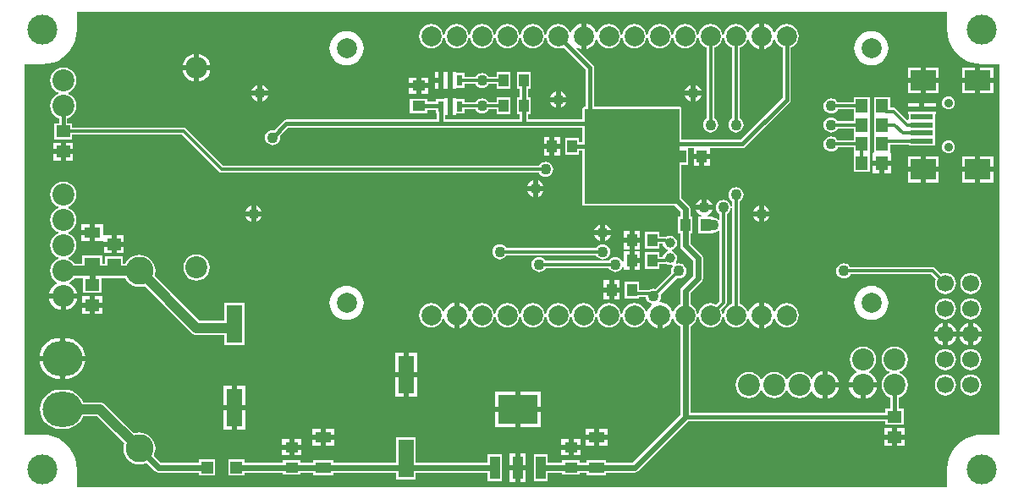
<source format=gbr>
%TF.GenerationSoftware,Altium Limited,Altium Designer,19.1.5 (86)*%
G04 Layer_Physical_Order=1*
G04 Layer_Color=255*
%FSLAX43Y43*%
%MOMM*%
%TF.FileFunction,Copper,L1,Top,Signal*%
%TF.Part,Single*%
G01*
G75*
%TA.AperFunction,SMDPad,CuDef*%
%ADD10R,1.400X1.200*%
%ADD11R,1.000X1.300*%
%ADD12R,1.200X1.400*%
%ADD13R,1.600X3.800*%
%ADD14R,1.600X1.100*%
%ADD15R,1.200X1.200*%
%ADD16R,1.300X1.000*%
%ADD17R,2.250X0.500*%
%ADD18R,2.500X2.000*%
%ADD19R,0.600X1.100*%
%ADD20R,1.000X2.300*%
%ADD21R,4.000X3.000*%
%TA.AperFunction,Conductor*%
%ADD22C,0.300*%
%ADD23C,0.600*%
%ADD24C,1.000*%
%ADD25C,0.400*%
%ADD26C,0.500*%
%ADD27R,9.500X9.500*%
%TA.AperFunction,ComponentPad*%
%ADD28C,1.000*%
%ADD29C,2.200*%
%ADD30C,2.000*%
%ADD31C,2.800*%
%ADD32C,1.700*%
%ADD33O,4.000X3.500*%
%ADD34C,0.900*%
%TA.AperFunction,WasherPad*%
%ADD35C,3.000*%
%TA.AperFunction,ViaPad*%
%ADD36C,1.100*%
G36*
X93543Y47085D02*
X93536Y47000D01*
X93579Y46458D01*
X93706Y45930D01*
X93914Y45427D01*
X94198Y44964D01*
X94551Y44551D01*
X94964Y44198D01*
X95427Y43914D01*
X95930Y43706D01*
X96458Y43579D01*
X97000Y43536D01*
X97085Y43543D01*
X98793D01*
Y6457D01*
X97085D01*
X97000Y6464D01*
X96458Y6421D01*
X95930Y6294D01*
X95427Y6086D01*
X94964Y5802D01*
X94551Y5449D01*
X94198Y5036D01*
X93914Y4573D01*
X93706Y4070D01*
X93579Y3542D01*
X93536Y3000D01*
X93543Y2915D01*
Y1207D01*
X6457D01*
Y2915D01*
X6464Y3000D01*
X6421Y3542D01*
X6294Y4070D01*
X6086Y4573D01*
X5802Y5036D01*
X5449Y5449D01*
X5036Y5802D01*
X4573Y6086D01*
X4070Y6294D01*
X3542Y6421D01*
X3000Y6464D01*
X2915Y6457D01*
X1207D01*
Y43543D01*
X2915D01*
X3000Y43536D01*
X3542Y43579D01*
X4070Y43706D01*
X4573Y43914D01*
X5036Y44198D01*
X5449Y44551D01*
X5802Y44964D01*
X6086Y45427D01*
X6294Y45930D01*
X6421Y46458D01*
X6464Y47000D01*
X6457Y47085D01*
Y48793D01*
X93543D01*
Y47085D01*
D02*
G37*
%LPC*%
G36*
X75184Y47633D02*
Y46355D01*
Y45077D01*
X75269Y45088D01*
X75586Y45219D01*
X75857Y45428D01*
X76066Y45699D01*
X76184Y45985D01*
X76285Y45998D01*
X76318Y45992D01*
X76419Y45748D01*
X76612Y45497D01*
X76863Y45304D01*
X77059Y45223D01*
Y40175D01*
X72855Y35971D01*
X66957D01*
Y39080D01*
X66941Y39159D01*
X66896Y39226D01*
X66829Y39271D01*
X66750Y39287D01*
X66011D01*
X65947Y39314D01*
X65750Y39340D01*
X65553Y39314D01*
X65489Y39287D01*
X58196D01*
Y43180D01*
X58165Y43337D01*
X58076Y43471D01*
X56432Y45115D01*
X56494Y45219D01*
X56811Y45088D01*
X56896Y45077D01*
Y46355D01*
Y47633D01*
X56811Y47622D01*
X56494Y47491D01*
X56223Y47282D01*
X56014Y47011D01*
X55896Y46725D01*
X55795Y46712D01*
X55762Y46718D01*
X55661Y46962D01*
X55468Y47213D01*
X55217Y47406D01*
X54924Y47527D01*
X54610Y47569D01*
X54296Y47527D01*
X54003Y47406D01*
X53752Y47213D01*
X53559Y46962D01*
X53438Y46669D01*
X53405Y46423D01*
X53404Y46413D01*
X53276D01*
X53275Y46423D01*
X53242Y46669D01*
X53121Y46962D01*
X52928Y47213D01*
X52677Y47406D01*
X52384Y47527D01*
X52070Y47569D01*
X51756Y47527D01*
X51463Y47406D01*
X51212Y47213D01*
X51019Y46962D01*
X50898Y46669D01*
X50865Y46423D01*
X50864Y46413D01*
X50736D01*
X50735Y46423D01*
X50702Y46669D01*
X50581Y46962D01*
X50388Y47213D01*
X50137Y47406D01*
X49844Y47527D01*
X49530Y47569D01*
X49216Y47527D01*
X48923Y47406D01*
X48672Y47213D01*
X48479Y46962D01*
X48358Y46669D01*
X48325Y46423D01*
X48324Y46413D01*
X48196D01*
X48195Y46423D01*
X48162Y46669D01*
X48041Y46962D01*
X47848Y47213D01*
X47597Y47406D01*
X47304Y47527D01*
X46990Y47569D01*
X46676Y47527D01*
X46383Y47406D01*
X46132Y47213D01*
X45939Y46962D01*
X45818Y46669D01*
X45785Y46423D01*
X45784Y46413D01*
X45656D01*
X45655Y46423D01*
X45622Y46669D01*
X45501Y46962D01*
X45308Y47213D01*
X45057Y47406D01*
X44764Y47527D01*
X44450Y47569D01*
X44136Y47527D01*
X43843Y47406D01*
X43592Y47213D01*
X43399Y46962D01*
X43278Y46669D01*
X43245Y46423D01*
X43244Y46413D01*
X43116D01*
X43115Y46423D01*
X43082Y46669D01*
X42961Y46962D01*
X42768Y47213D01*
X42517Y47406D01*
X42224Y47527D01*
X41910Y47569D01*
X41596Y47527D01*
X41303Y47406D01*
X41052Y47213D01*
X40859Y46962D01*
X40738Y46669D01*
X40696Y46355D01*
X40738Y46041D01*
X40859Y45748D01*
X41052Y45497D01*
X41303Y45304D01*
X41596Y45183D01*
X41910Y45141D01*
X42224Y45183D01*
X42517Y45304D01*
X42768Y45497D01*
X42961Y45748D01*
X43082Y46041D01*
X43115Y46287D01*
X43116Y46297D01*
X43244D01*
X43245Y46287D01*
X43278Y46041D01*
X43399Y45748D01*
X43592Y45497D01*
X43843Y45304D01*
X44136Y45183D01*
X44450Y45141D01*
X44764Y45183D01*
X45057Y45304D01*
X45308Y45497D01*
X45501Y45748D01*
X45622Y46041D01*
X45655Y46287D01*
X45656Y46297D01*
X45784D01*
X45785Y46287D01*
X45818Y46041D01*
X45939Y45748D01*
X46132Y45497D01*
X46383Y45304D01*
X46676Y45183D01*
X46990Y45141D01*
X47304Y45183D01*
X47597Y45304D01*
X47848Y45497D01*
X48041Y45748D01*
X48162Y46041D01*
X48195Y46287D01*
X48196Y46297D01*
X48324D01*
X48325Y46287D01*
X48358Y46041D01*
X48479Y45748D01*
X48672Y45497D01*
X48923Y45304D01*
X49216Y45183D01*
X49530Y45141D01*
X49844Y45183D01*
X50137Y45304D01*
X50388Y45497D01*
X50581Y45748D01*
X50702Y46041D01*
X50735Y46287D01*
X50736Y46297D01*
X50864D01*
X50865Y46287D01*
X50898Y46041D01*
X51019Y45748D01*
X51212Y45497D01*
X51463Y45304D01*
X51756Y45183D01*
X52070Y45141D01*
X52384Y45183D01*
X52677Y45304D01*
X52928Y45497D01*
X53121Y45748D01*
X53242Y46041D01*
X53275Y46287D01*
X53276Y46297D01*
X53404D01*
X53405Y46287D01*
X53438Y46041D01*
X53559Y45748D01*
X53752Y45497D01*
X54003Y45304D01*
X54296Y45183D01*
X54610Y45141D01*
X54924Y45183D01*
X55120Y45264D01*
X57374Y43010D01*
Y39287D01*
X57250D01*
X57171Y39271D01*
X57104Y39226D01*
X57059Y39159D01*
X57043Y39080D01*
Y37991D01*
X51592D01*
Y38517D01*
X51884D01*
Y40223D01*
X51592D01*
Y41057D01*
X51884D01*
Y42763D01*
X50478D01*
Y41057D01*
X50770D01*
Y40223D01*
X50478D01*
Y38517D01*
X50770D01*
Y37991D01*
X43276D01*
Y38490D01*
X43561D01*
Y39340D01*
Y40190D01*
X43215D01*
Y40093D01*
X42362D01*
Y39781D01*
X41493D01*
Y40073D01*
X39787D01*
Y38667D01*
X41493D01*
Y38959D01*
X42362D01*
Y38587D01*
X42454D01*
Y37991D01*
X27420D01*
X27263Y37960D01*
X27129Y37871D01*
X26193Y36934D01*
X26035Y36955D01*
X25838Y36929D01*
X25655Y36853D01*
X25498Y36732D01*
X25377Y36575D01*
X25301Y36392D01*
X25275Y36195D01*
X25301Y35998D01*
X25377Y35815D01*
X25498Y35658D01*
X25655Y35537D01*
X25838Y35461D01*
X26035Y35435D01*
X26232Y35461D01*
X26415Y35537D01*
X26572Y35658D01*
X26693Y35815D01*
X26769Y35998D01*
X26795Y36195D01*
X26774Y36353D01*
X27590Y37169D01*
X57043D01*
Y35741D01*
X56719D01*
Y36183D01*
X55313D01*
Y34477D01*
X56719D01*
Y34919D01*
X57043D01*
Y29580D01*
X57059Y29501D01*
X57104Y29433D01*
X57171Y29389D01*
X57250Y29373D01*
X66232D01*
X66797Y28807D01*
Y28285D01*
X66607D01*
Y26579D01*
X66797D01*
Y25400D01*
X66836Y25204D01*
X66947Y25037D01*
X68067Y23917D01*
Y22311D01*
X66947Y21191D01*
X66836Y21024D01*
X66797Y20828D01*
Y19505D01*
X66703Y19466D01*
X66452Y19273D01*
X66259Y19022D01*
X66158Y18778D01*
X66125Y18772D01*
X66024Y18785D01*
X65906Y19071D01*
X65697Y19342D01*
X65426Y19551D01*
X65109Y19682D01*
X64787Y19724D01*
X64752Y19773D01*
X64722Y19848D01*
X64793Y19940D01*
X64869Y20123D01*
X64895Y20320D01*
X64869Y20517D01*
X64861Y20536D01*
X66459Y22134D01*
X66478Y22126D01*
X66675Y22100D01*
X66872Y22126D01*
X67055Y22202D01*
X67212Y22323D01*
X67333Y22480D01*
X67409Y22663D01*
X67435Y22860D01*
X67409Y23057D01*
X67333Y23240D01*
X67212Y23397D01*
X67055Y23518D01*
X66872Y23594D01*
X66675Y23620D01*
X66478Y23594D01*
X66440Y23578D01*
X66411Y23593D01*
X66375Y23755D01*
X66400Y23787D01*
X66471Y23958D01*
X66495Y24142D01*
X66471Y24326D01*
X66400Y24497D01*
X66288Y24644D01*
X66141Y24756D01*
X65970Y24827D01*
X65963Y24828D01*
Y24956D01*
X65970Y24957D01*
X66141Y25028D01*
X66288Y25140D01*
X66400Y25287D01*
X66471Y25458D01*
X66495Y25642D01*
X66471Y25826D01*
X66400Y25997D01*
X66288Y26144D01*
X66141Y26256D01*
X65970Y26327D01*
X65786Y26351D01*
X65602Y26327D01*
X65431Y26256D01*
X65423Y26250D01*
X65331Y26268D01*
X64711D01*
Y26761D01*
X63305D01*
Y25055D01*
X64711D01*
Y25548D01*
X65089D01*
X65101Y25458D01*
X65172Y25287D01*
X65284Y25140D01*
X65431Y25028D01*
X65602Y24957D01*
X65609Y24956D01*
Y24828D01*
X65602Y24827D01*
X65431Y24756D01*
X65284Y24644D01*
X65172Y24497D01*
X65101Y24326D01*
X65089Y24236D01*
X64711D01*
Y24729D01*
X63305D01*
Y23023D01*
X64711D01*
Y23516D01*
X65331D01*
X65423Y23534D01*
X65431Y23528D01*
X65602Y23457D01*
X65786Y23433D01*
X65970Y23457D01*
X66013Y23475D01*
X66029Y23463D01*
X66056Y23291D01*
X66017Y23240D01*
X65941Y23057D01*
X65915Y22860D01*
X65941Y22663D01*
X65949Y22644D01*
X64351Y21046D01*
X64332Y21054D01*
X64135Y21080D01*
X63938Y21054D01*
X63755Y20978D01*
X63698Y20934D01*
X62679D01*
Y21808D01*
X61273D01*
Y20102D01*
X62679D01*
Y20214D01*
X63389D01*
X63401Y20123D01*
X63477Y19940D01*
X63598Y19783D01*
X63755Y19662D01*
X63938Y19586D01*
X63950Y19585D01*
X63986Y19452D01*
X63843Y19342D01*
X63634Y19071D01*
X63516Y18785D01*
X63415Y18772D01*
X63382Y18778D01*
X63281Y19022D01*
X63088Y19273D01*
X62837Y19466D01*
X62544Y19587D01*
X62230Y19629D01*
X61916Y19587D01*
X61623Y19466D01*
X61372Y19273D01*
X61179Y19022D01*
X61058Y18729D01*
X61025Y18483D01*
X61024Y18473D01*
X60896D01*
X60895Y18483D01*
X60862Y18729D01*
X60741Y19022D01*
X60548Y19273D01*
X60297Y19466D01*
X60004Y19587D01*
X59690Y19629D01*
X59376Y19587D01*
X59083Y19466D01*
X58832Y19273D01*
X58639Y19022D01*
X58518Y18729D01*
X58485Y18483D01*
X58484Y18473D01*
X58356D01*
X58355Y18483D01*
X58322Y18729D01*
X58201Y19022D01*
X58008Y19273D01*
X57757Y19466D01*
X57464Y19587D01*
X57150Y19629D01*
X56836Y19587D01*
X56543Y19466D01*
X56292Y19273D01*
X56099Y19022D01*
X55978Y18729D01*
X55945Y18483D01*
X55944Y18473D01*
X55816D01*
X55815Y18483D01*
X55782Y18729D01*
X55661Y19022D01*
X55468Y19273D01*
X55217Y19466D01*
X54924Y19587D01*
X54610Y19629D01*
X54296Y19587D01*
X54003Y19466D01*
X53752Y19273D01*
X53559Y19022D01*
X53438Y18729D01*
X53405Y18483D01*
X53404Y18473D01*
X53276D01*
X53275Y18483D01*
X53242Y18729D01*
X53121Y19022D01*
X52928Y19273D01*
X52677Y19466D01*
X52384Y19587D01*
X52070Y19629D01*
X51756Y19587D01*
X51463Y19466D01*
X51212Y19273D01*
X51019Y19022D01*
X50898Y18729D01*
X50865Y18483D01*
X50864Y18473D01*
X50736D01*
X50735Y18483D01*
X50702Y18729D01*
X50581Y19022D01*
X50388Y19273D01*
X50137Y19466D01*
X49844Y19587D01*
X49530Y19629D01*
X49216Y19587D01*
X48923Y19466D01*
X48672Y19273D01*
X48479Y19022D01*
X48358Y18729D01*
X48325Y18483D01*
X48324Y18473D01*
X48196D01*
X48195Y18483D01*
X48162Y18729D01*
X48041Y19022D01*
X47848Y19273D01*
X47597Y19466D01*
X47304Y19587D01*
X46990Y19629D01*
X46676Y19587D01*
X46383Y19466D01*
X46132Y19273D01*
X45939Y19022D01*
X45838Y18778D01*
X45805Y18772D01*
X45704Y18785D01*
X45586Y19071D01*
X45377Y19342D01*
X45106Y19551D01*
X44789Y19682D01*
X44704Y19693D01*
Y18415D01*
Y17137D01*
X44789Y17148D01*
X45106Y17279D01*
X45377Y17488D01*
X45586Y17759D01*
X45704Y18045D01*
X45805Y18058D01*
X45838Y18052D01*
X45939Y17808D01*
X46132Y17557D01*
X46383Y17364D01*
X46676Y17243D01*
X46990Y17201D01*
X47304Y17243D01*
X47597Y17364D01*
X47848Y17557D01*
X48041Y17808D01*
X48162Y18101D01*
X48195Y18347D01*
X48196Y18357D01*
X48324D01*
X48325Y18347D01*
X48358Y18101D01*
X48479Y17808D01*
X48672Y17557D01*
X48923Y17364D01*
X49216Y17243D01*
X49530Y17201D01*
X49844Y17243D01*
X50137Y17364D01*
X50388Y17557D01*
X50581Y17808D01*
X50702Y18101D01*
X50735Y18347D01*
X50736Y18357D01*
X50864D01*
X50865Y18347D01*
X50898Y18101D01*
X51019Y17808D01*
X51212Y17557D01*
X51463Y17364D01*
X51756Y17243D01*
X52070Y17201D01*
X52384Y17243D01*
X52677Y17364D01*
X52928Y17557D01*
X53121Y17808D01*
X53242Y18101D01*
X53275Y18347D01*
X53276Y18357D01*
X53404D01*
X53405Y18347D01*
X53438Y18101D01*
X53559Y17808D01*
X53752Y17557D01*
X54003Y17364D01*
X54296Y17243D01*
X54610Y17201D01*
X54924Y17243D01*
X55217Y17364D01*
X55468Y17557D01*
X55661Y17808D01*
X55782Y18101D01*
X55815Y18347D01*
X55816Y18357D01*
X55944D01*
X55945Y18347D01*
X55978Y18101D01*
X56099Y17808D01*
X56292Y17557D01*
X56543Y17364D01*
X56836Y17243D01*
X57150Y17201D01*
X57464Y17243D01*
X57757Y17364D01*
X58008Y17557D01*
X58201Y17808D01*
X58322Y18101D01*
X58355Y18347D01*
X58356Y18357D01*
X58484D01*
X58485Y18347D01*
X58518Y18101D01*
X58639Y17808D01*
X58832Y17557D01*
X59083Y17364D01*
X59376Y17243D01*
X59690Y17201D01*
X60004Y17243D01*
X60297Y17364D01*
X60548Y17557D01*
X60741Y17808D01*
X60862Y18101D01*
X60895Y18347D01*
X60896Y18357D01*
X61024D01*
X61025Y18347D01*
X61058Y18101D01*
X61179Y17808D01*
X61372Y17557D01*
X61623Y17364D01*
X61916Y17243D01*
X62230Y17201D01*
X62544Y17243D01*
X62837Y17364D01*
X63088Y17557D01*
X63281Y17808D01*
X63382Y18052D01*
X63415Y18058D01*
X63516Y18045D01*
X63634Y17759D01*
X63843Y17488D01*
X64114Y17279D01*
X64431Y17148D01*
X64516Y17137D01*
Y18415D01*
X65024D01*
Y17137D01*
X65109Y17148D01*
X65426Y17279D01*
X65697Y17488D01*
X65906Y17759D01*
X66024Y18045D01*
X66125Y18058D01*
X66158Y18052D01*
X66259Y17808D01*
X66452Y17557D01*
X66703Y17364D01*
X66797Y17325D01*
Y8468D01*
X62017Y3688D01*
X59423D01*
Y3928D01*
X57417D01*
Y3688D01*
X56733D01*
Y3878D01*
X55027D01*
Y3688D01*
X53563D01*
Y4528D01*
X52157D01*
Y1822D01*
X53563D01*
Y2662D01*
X55027D01*
Y2472D01*
X56733D01*
Y2662D01*
X57417D01*
Y2422D01*
X59423D01*
Y2662D01*
X62230D01*
X62426Y2701D01*
X62593Y2812D01*
X67624Y7844D01*
X87362D01*
Y7452D01*
X89168D01*
Y9058D01*
X88676D01*
Y10190D01*
X88922Y10292D01*
X89194Y10501D01*
X89403Y10773D01*
X89535Y11090D01*
X89579Y11430D01*
X89535Y11770D01*
X89403Y12087D01*
X89194Y12359D01*
X88922Y12568D01*
X88770Y12631D01*
Y12769D01*
X88922Y12832D01*
X89194Y13041D01*
X89403Y13313D01*
X89535Y13630D01*
X89579Y13970D01*
X89535Y14310D01*
X89403Y14627D01*
X89194Y14899D01*
X88922Y15108D01*
X88605Y15240D01*
X88265Y15284D01*
X87925Y15240D01*
X87608Y15108D01*
X87336Y14899D01*
X87127Y14627D01*
X86995Y14310D01*
X86951Y13970D01*
X86995Y13630D01*
X87127Y13313D01*
X87336Y13041D01*
X87608Y12832D01*
X87760Y12769D01*
Y12631D01*
X87608Y12568D01*
X87336Y12359D01*
X87127Y12087D01*
X86995Y11770D01*
X86951Y11430D01*
X86995Y11090D01*
X87127Y10773D01*
X87336Y10501D01*
X87608Y10292D01*
X87854Y10190D01*
Y9058D01*
X87362D01*
Y8666D01*
X67823D01*
Y17325D01*
X67917Y17364D01*
X68168Y17557D01*
X68361Y17808D01*
X68482Y18101D01*
X68515Y18347D01*
X68516Y18357D01*
X68644D01*
X68645Y18347D01*
X68678Y18101D01*
X68799Y17808D01*
X68992Y17557D01*
X69243Y17364D01*
X69536Y17243D01*
X69850Y17201D01*
X70164Y17243D01*
X70457Y17364D01*
X70708Y17557D01*
X70901Y17808D01*
X71022Y18101D01*
X71055Y18347D01*
X71056Y18357D01*
X71184D01*
X71185Y18347D01*
X71218Y18101D01*
X71339Y17808D01*
X71532Y17557D01*
X71783Y17364D01*
X72076Y17243D01*
X72390Y17201D01*
X72704Y17243D01*
X72997Y17364D01*
X73248Y17557D01*
X73441Y17808D01*
X73542Y18052D01*
X73575Y18058D01*
X73676Y18045D01*
X73794Y17759D01*
X74003Y17488D01*
X74274Y17279D01*
X74591Y17148D01*
X74676Y17137D01*
Y18415D01*
Y19693D01*
X74591Y19682D01*
X74274Y19551D01*
X74003Y19342D01*
X73794Y19071D01*
X73676Y18785D01*
X73575Y18772D01*
X73542Y18778D01*
X73441Y19022D01*
X73248Y19273D01*
X72997Y19466D01*
X72750Y19568D01*
Y29814D01*
X72770Y29822D01*
X72927Y29943D01*
X73048Y30100D01*
X73124Y30283D01*
X73150Y30480D01*
X73124Y30677D01*
X73048Y30860D01*
X72927Y31017D01*
X72770Y31138D01*
X72587Y31214D01*
X72390Y31240D01*
X72193Y31214D01*
X72010Y31138D01*
X71853Y31017D01*
X71732Y30860D01*
X71656Y30677D01*
X71630Y30480D01*
X71656Y30283D01*
X71732Y30100D01*
X71853Y29943D01*
X72010Y29822D01*
X72030Y29814D01*
Y19568D01*
X71783Y19466D01*
X71532Y19273D01*
X71339Y19022D01*
X71218Y18729D01*
X71185Y18483D01*
X71184Y18473D01*
X71056D01*
X71055Y18483D01*
X71022Y18729D01*
X70920Y18976D01*
X71375Y19430D01*
X71453Y19547D01*
X71480Y19685D01*
Y28544D01*
X71500Y28552D01*
X71657Y28673D01*
X71778Y28830D01*
X71854Y29013D01*
X71880Y29210D01*
X71854Y29407D01*
X71778Y29590D01*
X71657Y29747D01*
X71500Y29868D01*
X71317Y29944D01*
X71120Y29970D01*
X70923Y29944D01*
X70740Y29868D01*
X70583Y29747D01*
X70462Y29590D01*
X70386Y29407D01*
X70360Y29210D01*
X70386Y29013D01*
X70462Y28830D01*
X70583Y28673D01*
X70740Y28552D01*
X70760Y28544D01*
Y28009D01*
X70690Y27986D01*
X70633Y27976D01*
X70484Y28090D01*
X70301Y28166D01*
X70104Y28192D01*
X70045Y28243D01*
Y28285D01*
X69535D01*
X69510Y28412D01*
X69644Y28468D01*
X69821Y28604D01*
X69957Y28781D01*
X70030Y28956D01*
X68400D01*
X68473Y28781D01*
X68609Y28604D01*
X68786Y28468D01*
X68920Y28412D01*
X68895Y28285D01*
X68639D01*
Y26579D01*
X70045D01*
Y26621D01*
X70104Y26672D01*
X70301Y26698D01*
X70484Y26774D01*
X70633Y26888D01*
X70690Y26878D01*
X70760Y26855D01*
Y19834D01*
X70411Y19485D01*
X70164Y19587D01*
X69850Y19629D01*
X69536Y19587D01*
X69243Y19466D01*
X68992Y19273D01*
X68799Y19022D01*
X68678Y18729D01*
X68645Y18483D01*
X68644Y18473D01*
X68516D01*
X68515Y18483D01*
X68482Y18729D01*
X68361Y19022D01*
X68168Y19273D01*
X67917Y19466D01*
X67823Y19505D01*
Y20615D01*
X68943Y21735D01*
X69054Y21902D01*
X69093Y22098D01*
Y24130D01*
X69054Y24326D01*
X68943Y24493D01*
X67823Y25613D01*
Y26579D01*
X68013D01*
Y28285D01*
X67823D01*
Y29020D01*
X67784Y29216D01*
X67673Y29383D01*
X66957Y30098D01*
Y33437D01*
X67632D01*
Y35143D01*
X67757Y35149D01*
X68161D01*
Y34544D01*
X68961D01*
X69761D01*
Y35149D01*
X73025D01*
X73182Y35180D01*
X73316Y35269D01*
X77761Y39714D01*
X77850Y39848D01*
X77881Y40005D01*
Y45223D01*
X78077Y45304D01*
X78328Y45497D01*
X78521Y45748D01*
X78642Y46041D01*
X78684Y46355D01*
X78642Y46669D01*
X78521Y46962D01*
X78328Y47213D01*
X78077Y47406D01*
X77784Y47527D01*
X77470Y47569D01*
X77156Y47527D01*
X76863Y47406D01*
X76612Y47213D01*
X76419Y46962D01*
X76318Y46718D01*
X76285Y46712D01*
X76184Y46725D01*
X76066Y47011D01*
X75857Y47282D01*
X75586Y47491D01*
X75269Y47622D01*
X75184Y47633D01*
D02*
G37*
G36*
X57404D02*
Y46355D01*
Y45077D01*
X57489Y45088D01*
X57806Y45219D01*
X58077Y45428D01*
X58286Y45699D01*
X58404Y45985D01*
X58505Y45998D01*
X58538Y45992D01*
X58639Y45748D01*
X58832Y45497D01*
X59083Y45304D01*
X59376Y45183D01*
X59690Y45141D01*
X60004Y45183D01*
X60297Y45304D01*
X60548Y45497D01*
X60741Y45748D01*
X60862Y46041D01*
X60895Y46287D01*
X60896Y46297D01*
X61024D01*
X61025Y46287D01*
X61058Y46041D01*
X61179Y45748D01*
X61372Y45497D01*
X61623Y45304D01*
X61916Y45183D01*
X62230Y45141D01*
X62544Y45183D01*
X62837Y45304D01*
X63088Y45497D01*
X63281Y45748D01*
X63402Y46041D01*
X63435Y46287D01*
X63436Y46297D01*
X63564D01*
X63565Y46287D01*
X63598Y46041D01*
X63719Y45748D01*
X63912Y45497D01*
X64163Y45304D01*
X64456Y45183D01*
X64770Y45141D01*
X65084Y45183D01*
X65377Y45304D01*
X65628Y45497D01*
X65821Y45748D01*
X65942Y46041D01*
X65975Y46287D01*
X65976Y46297D01*
X66104D01*
X66105Y46287D01*
X66138Y46041D01*
X66259Y45748D01*
X66452Y45497D01*
X66703Y45304D01*
X66996Y45183D01*
X67310Y45141D01*
X67624Y45183D01*
X67917Y45304D01*
X68168Y45497D01*
X68361Y45748D01*
X68482Y46041D01*
X68515Y46287D01*
X68516Y46297D01*
X68644D01*
X68645Y46287D01*
X68678Y46041D01*
X68799Y45748D01*
X68992Y45497D01*
X69243Y45304D01*
X69490Y45202D01*
Y38131D01*
X69470Y38123D01*
X69313Y38002D01*
X69192Y37845D01*
X69116Y37662D01*
X69090Y37465D01*
X69116Y37268D01*
X69192Y37085D01*
X69313Y36928D01*
X69470Y36807D01*
X69653Y36731D01*
X69850Y36705D01*
X70047Y36731D01*
X70230Y36807D01*
X70387Y36928D01*
X70508Y37085D01*
X70584Y37268D01*
X70610Y37465D01*
X70584Y37662D01*
X70508Y37845D01*
X70387Y38002D01*
X70230Y38123D01*
X70210Y38131D01*
Y45202D01*
X70457Y45304D01*
X70708Y45497D01*
X70901Y45748D01*
X71022Y46041D01*
X71055Y46287D01*
X71056Y46297D01*
X71184D01*
X71185Y46287D01*
X71218Y46041D01*
X71339Y45748D01*
X71532Y45497D01*
X71783Y45304D01*
X72030Y45202D01*
Y38131D01*
X72010Y38123D01*
X71853Y38002D01*
X71732Y37845D01*
X71656Y37662D01*
X71630Y37465D01*
X71656Y37268D01*
X71732Y37085D01*
X71853Y36928D01*
X72010Y36807D01*
X72193Y36731D01*
X72390Y36705D01*
X72587Y36731D01*
X72770Y36807D01*
X72927Y36928D01*
X73048Y37085D01*
X73124Y37268D01*
X73150Y37465D01*
X73124Y37662D01*
X73048Y37845D01*
X72927Y38002D01*
X72770Y38123D01*
X72750Y38131D01*
Y45202D01*
X72997Y45304D01*
X73248Y45497D01*
X73441Y45748D01*
X73542Y45992D01*
X73575Y45998D01*
X73676Y45985D01*
X73794Y45699D01*
X74003Y45428D01*
X74274Y45219D01*
X74591Y45088D01*
X74676Y45077D01*
Y46355D01*
Y47633D01*
X74591Y47622D01*
X74274Y47491D01*
X74003Y47282D01*
X73794Y47011D01*
X73676Y46725D01*
X73575Y46712D01*
X73542Y46718D01*
X73441Y46962D01*
X73248Y47213D01*
X72997Y47406D01*
X72704Y47527D01*
X72390Y47569D01*
X72076Y47527D01*
X71783Y47406D01*
X71532Y47213D01*
X71339Y46962D01*
X71218Y46669D01*
X71185Y46423D01*
X71184Y46413D01*
X71056D01*
X71055Y46423D01*
X71022Y46669D01*
X70901Y46962D01*
X70708Y47213D01*
X70457Y47406D01*
X70164Y47527D01*
X69850Y47569D01*
X69536Y47527D01*
X69243Y47406D01*
X68992Y47213D01*
X68799Y46962D01*
X68678Y46669D01*
X68645Y46423D01*
X68644Y46413D01*
X68516D01*
X68515Y46423D01*
X68482Y46669D01*
X68361Y46962D01*
X68168Y47213D01*
X67917Y47406D01*
X67624Y47527D01*
X67310Y47569D01*
X66996Y47527D01*
X66703Y47406D01*
X66452Y47213D01*
X66259Y46962D01*
X66138Y46669D01*
X66105Y46423D01*
X66104Y46413D01*
X65976D01*
X65975Y46423D01*
X65942Y46669D01*
X65821Y46962D01*
X65628Y47213D01*
X65377Y47406D01*
X65084Y47527D01*
X64770Y47569D01*
X64456Y47527D01*
X64163Y47406D01*
X63912Y47213D01*
X63719Y46962D01*
X63598Y46669D01*
X63565Y46423D01*
X63564Y46413D01*
X63436D01*
X63435Y46423D01*
X63402Y46669D01*
X63281Y46962D01*
X63088Y47213D01*
X62837Y47406D01*
X62544Y47527D01*
X62230Y47569D01*
X61916Y47527D01*
X61623Y47406D01*
X61372Y47213D01*
X61179Y46962D01*
X61058Y46669D01*
X61025Y46423D01*
X61024Y46413D01*
X60896D01*
X60895Y46423D01*
X60862Y46669D01*
X60741Y46962D01*
X60548Y47213D01*
X60297Y47406D01*
X60004Y47527D01*
X59690Y47569D01*
X59376Y47527D01*
X59083Y47406D01*
X58832Y47213D01*
X58639Y46962D01*
X58538Y46718D01*
X58505Y46712D01*
X58404Y46725D01*
X58286Y47011D01*
X58077Y47282D01*
X57806Y47491D01*
X57489Y47622D01*
X57404Y47633D01*
D02*
G37*
G36*
X18669Y44559D02*
Y43434D01*
X19794D01*
X19779Y43545D01*
X19638Y43886D01*
X19413Y44178D01*
X19121Y44403D01*
X18780Y44544D01*
X18669Y44559D01*
D02*
G37*
G36*
X18161D02*
X18050Y44544D01*
X17709Y44403D01*
X17417Y44178D01*
X17192Y43886D01*
X17051Y43545D01*
X17036Y43434D01*
X18161D01*
Y44559D01*
D02*
G37*
G36*
X85940Y46846D02*
X85606Y46814D01*
X85285Y46716D01*
X84989Y46558D01*
X84730Y46345D01*
X84517Y46086D01*
X84359Y45790D01*
X84261Y45469D01*
X84229Y45135D01*
X84261Y44801D01*
X84359Y44480D01*
X84517Y44184D01*
X84730Y43925D01*
X84989Y43712D01*
X85285Y43554D01*
X85606Y43456D01*
X85940Y43424D01*
X86274Y43456D01*
X86595Y43554D01*
X86891Y43712D01*
X87150Y43925D01*
X87363Y44184D01*
X87521Y44480D01*
X87619Y44801D01*
X87651Y45135D01*
X87619Y45469D01*
X87521Y45790D01*
X87363Y46086D01*
X87150Y46345D01*
X86891Y46558D01*
X86595Y46716D01*
X86274Y46814D01*
X85940Y46846D01*
D02*
G37*
G36*
X33440D02*
X33106Y46814D01*
X32785Y46716D01*
X32489Y46558D01*
X32230Y46345D01*
X32017Y46086D01*
X31859Y45790D01*
X31761Y45469D01*
X31729Y45135D01*
X31761Y44801D01*
X31859Y44480D01*
X32017Y44184D01*
X32230Y43925D01*
X32489Y43712D01*
X32785Y43554D01*
X33106Y43456D01*
X33440Y43424D01*
X33774Y43456D01*
X34095Y43554D01*
X34391Y43712D01*
X34650Y43925D01*
X34863Y44184D01*
X35021Y44480D01*
X35119Y44801D01*
X35151Y45135D01*
X35119Y45469D01*
X35021Y45790D01*
X34863Y46086D01*
X34650Y46345D01*
X34391Y46558D01*
X34095Y46716D01*
X33774Y46814D01*
X33440Y46846D01*
D02*
G37*
G36*
X42611Y42790D02*
X42265D01*
Y42194D01*
X42611D01*
Y42790D01*
D02*
G37*
G36*
X92675Y43215D02*
X91379D01*
Y42169D01*
X92675D01*
Y43215D01*
D02*
G37*
G36*
X90871D02*
X89575D01*
Y42169D01*
X90871D01*
Y43215D01*
D02*
G37*
G36*
X98125D02*
X96829D01*
Y42169D01*
X98125D01*
Y43215D01*
D02*
G37*
G36*
X96321D02*
X95025D01*
Y42169D01*
X96321D01*
Y43215D01*
D02*
G37*
G36*
X18161Y42926D02*
X17036D01*
X17051Y42815D01*
X17192Y42474D01*
X17417Y42182D01*
X17709Y41957D01*
X18050Y41816D01*
X18161Y41801D01*
Y42926D01*
D02*
G37*
G36*
X19794D02*
X18669D01*
Y41801D01*
X18780Y41816D01*
X19121Y41957D01*
X19413Y42182D01*
X19638Y42474D01*
X19779Y42815D01*
X19794Y42926D01*
D02*
G37*
G36*
X41590Y42202D02*
X40894D01*
Y41656D01*
X41590D01*
Y42202D01*
D02*
G37*
G36*
X40386D02*
X39690D01*
Y41656D01*
X40386D01*
Y42202D01*
D02*
G37*
G36*
X43561Y42790D02*
X43119D01*
Y41940D01*
Y41090D01*
X43561D01*
Y41940D01*
Y42790D01*
D02*
G37*
G36*
X42611Y41686D02*
X42265D01*
Y41090D01*
X42611D01*
Y41686D01*
D02*
G37*
G36*
X44415Y42790D02*
X44069D01*
Y41940D01*
Y41090D01*
X44415D01*
Y41187D01*
X45268D01*
Y41550D01*
X46324D01*
X46332Y41530D01*
X46453Y41373D01*
X46610Y41252D01*
X46793Y41176D01*
X46990Y41150D01*
X47187Y41176D01*
X47370Y41252D01*
X47527Y41373D01*
X47648Y41530D01*
X47656Y41550D01*
X48446D01*
Y41057D01*
X49852D01*
Y42763D01*
X48446D01*
Y42270D01*
X47656D01*
X47648Y42290D01*
X47527Y42447D01*
X47370Y42568D01*
X47187Y42644D01*
X46990Y42670D01*
X46793Y42644D01*
X46610Y42568D01*
X46453Y42447D01*
X46332Y42290D01*
X46324Y42270D01*
X45268D01*
Y42693D01*
X44415D01*
Y42790D01*
D02*
G37*
G36*
X68358Y41455D02*
Y40894D01*
X68919D01*
X68846Y41069D01*
X68710Y41246D01*
X68532Y41382D01*
X68358Y41455D01*
D02*
G37*
G36*
X67850D02*
X67675Y41382D01*
X67498Y41246D01*
X67361Y41069D01*
X67289Y40894D01*
X67850D01*
Y41455D01*
D02*
G37*
G36*
X25019D02*
Y40894D01*
X25580D01*
X25507Y41069D01*
X25371Y41246D01*
X25194Y41382D01*
X25019Y41455D01*
D02*
G37*
G36*
X24511D02*
X24336Y41382D01*
X24159Y41246D01*
X24023Y41069D01*
X23950Y40894D01*
X24511D01*
Y41455D01*
D02*
G37*
G36*
X98125Y41661D02*
X96829D01*
Y40615D01*
X98125D01*
Y41661D01*
D02*
G37*
G36*
X96321D02*
X95025D01*
Y40615D01*
X96321D01*
Y41661D01*
D02*
G37*
G36*
X92675Y41661D02*
X91379D01*
Y40615D01*
X92675D01*
Y41661D01*
D02*
G37*
G36*
X90871D02*
X89575D01*
Y40615D01*
X90871D01*
Y41661D01*
D02*
G37*
G36*
X41590Y41148D02*
X40894D01*
Y40602D01*
X41590D01*
Y41148D01*
D02*
G37*
G36*
X40386D02*
X39690D01*
Y40602D01*
X40386D01*
Y41148D01*
D02*
G37*
G36*
X54864Y40820D02*
Y40259D01*
X55425D01*
X55352Y40434D01*
X55216Y40611D01*
X55039Y40747D01*
X54864Y40820D01*
D02*
G37*
G36*
X54356D02*
X54181Y40747D01*
X54004Y40611D01*
X53868Y40434D01*
X53795Y40259D01*
X54356D01*
Y40820D01*
D02*
G37*
G36*
X68919Y40386D02*
X68358D01*
Y39825D01*
X68532Y39898D01*
X68710Y40034D01*
X68846Y40211D01*
X68919Y40386D01*
D02*
G37*
G36*
X67850D02*
X67289D01*
X67361Y40211D01*
X67498Y40034D01*
X67675Y39898D01*
X67850Y39825D01*
Y40386D01*
D02*
G37*
G36*
X24511D02*
X23950D01*
X24023Y40211D01*
X24159Y40034D01*
X24336Y39898D01*
X24511Y39825D01*
Y40386D01*
D02*
G37*
G36*
X25580D02*
X25019D01*
Y39825D01*
X25194Y39898D01*
X25371Y40034D01*
X25507Y40211D01*
X25580Y40386D01*
D02*
G37*
G36*
X85766Y40273D02*
X84160D01*
Y39730D01*
X82581D01*
X82573Y39750D01*
X82452Y39907D01*
X82295Y40028D01*
X82112Y40104D01*
X81915Y40130D01*
X81718Y40104D01*
X81535Y40028D01*
X81378Y39907D01*
X81257Y39750D01*
X81181Y39567D01*
X81155Y39370D01*
X81181Y39173D01*
X81257Y38990D01*
X81378Y38833D01*
X81535Y38712D01*
X81718Y38636D01*
X81915Y38610D01*
X82112Y38636D01*
X82295Y38712D01*
X82452Y38833D01*
X82573Y38990D01*
X82581Y39010D01*
X84160D01*
Y38495D01*
X84160Y38467D01*
Y38368D01*
X84160Y38340D01*
Y37825D01*
X82581D01*
X82573Y37845D01*
X82452Y38002D01*
X82295Y38123D01*
X82112Y38199D01*
X81915Y38225D01*
X81718Y38199D01*
X81535Y38123D01*
X81378Y38002D01*
X81257Y37845D01*
X81181Y37662D01*
X81155Y37465D01*
X81181Y37268D01*
X81257Y37085D01*
X81378Y36928D01*
X81535Y36807D01*
X81718Y36731D01*
X81915Y36705D01*
X82112Y36731D01*
X82295Y36807D01*
X82452Y36928D01*
X82573Y37085D01*
X82581Y37105D01*
X84160D01*
Y36590D01*
X84160Y36562D01*
Y36463D01*
X84160Y36435D01*
Y35920D01*
X82581D01*
X82573Y35940D01*
X82452Y36097D01*
X82295Y36218D01*
X82112Y36294D01*
X81915Y36320D01*
X81718Y36294D01*
X81535Y36218D01*
X81378Y36097D01*
X81257Y35940D01*
X81181Y35757D01*
X81155Y35560D01*
X81181Y35363D01*
X81257Y35180D01*
X81378Y35023D01*
X81535Y34902D01*
X81718Y34826D01*
X81915Y34800D01*
X82112Y34826D01*
X82295Y34902D01*
X82452Y35023D01*
X82573Y35180D01*
X82581Y35200D01*
X84160D01*
Y34657D01*
X84160D01*
Y34558D01*
X84160D01*
Y32752D01*
X85766D01*
Y34558D01*
X85766D01*
Y34657D01*
X85766D01*
Y36435D01*
X85766Y36463D01*
Y36562D01*
X85766Y36590D01*
Y38340D01*
X85766Y38368D01*
Y38467D01*
X85766Y38495D01*
Y40273D01*
D02*
G37*
G36*
X49852Y40223D02*
X48446D01*
Y39730D01*
X47656D01*
X47648Y39750D01*
X47527Y39907D01*
X47370Y40028D01*
X47187Y40104D01*
X46990Y40130D01*
X46793Y40104D01*
X46610Y40028D01*
X46453Y39907D01*
X46332Y39750D01*
X46324Y39730D01*
X45268D01*
Y40093D01*
X44415D01*
Y40190D01*
X44069D01*
Y39340D01*
Y38490D01*
X44415D01*
Y38587D01*
X45268D01*
Y39010D01*
X46324D01*
X46332Y38990D01*
X46453Y38833D01*
X46610Y38712D01*
X46793Y38636D01*
X46990Y38610D01*
X47187Y38636D01*
X47370Y38712D01*
X47527Y38833D01*
X47648Y38990D01*
X47656Y39010D01*
X48446D01*
Y38517D01*
X49852D01*
Y40223D01*
D02*
G37*
G36*
X92425Y39615D02*
X91254D01*
Y39319D01*
X92425D01*
Y39615D01*
D02*
G37*
G36*
X90746D02*
X89575D01*
Y39319D01*
X90746D01*
Y39615D01*
D02*
G37*
G36*
X55425Y39751D02*
X54864D01*
Y39190D01*
X55039Y39263D01*
X55216Y39399D01*
X55352Y39576D01*
X55425Y39751D01*
D02*
G37*
G36*
X54356D02*
X53795D01*
X53868Y39576D01*
X54004Y39399D01*
X54181Y39263D01*
X54356Y39190D01*
Y39751D01*
D02*
G37*
G36*
X93650Y40324D02*
X93479Y40301D01*
X93321Y40236D01*
X93184Y40131D01*
X93079Y39994D01*
X93014Y39836D01*
X92991Y39665D01*
X93014Y39494D01*
X93079Y39336D01*
X93184Y39199D01*
X93321Y39094D01*
X93479Y39029D01*
X93650Y39006D01*
X93821Y39029D01*
X93979Y39094D01*
X94116Y39199D01*
X94221Y39336D01*
X94286Y39494D01*
X94309Y39665D01*
X94286Y39836D01*
X94221Y39994D01*
X94116Y40131D01*
X93979Y40236D01*
X93821Y40301D01*
X93650Y40324D01*
D02*
G37*
G36*
X54784Y36280D02*
X54238D01*
Y35584D01*
X54784D01*
Y36280D01*
D02*
G37*
G36*
X53730D02*
X53184D01*
Y35584D01*
X53730D01*
Y36280D01*
D02*
G37*
G36*
X87798Y40273D02*
X86192D01*
Y38495D01*
X86192Y38467D01*
X86192D01*
Y38368D01*
X86192D01*
Y36562D01*
X86192D01*
Y36463D01*
X86192D01*
X86192Y34728D01*
X86095Y34655D01*
X86095Y34584D01*
Y33909D01*
X86995D01*
X87895D01*
Y34655D01*
X87798Y34728D01*
X87798Y34782D01*
Y35505D01*
X89672D01*
Y35412D01*
X92328D01*
Y36212D01*
Y37012D01*
Y37812D01*
Y38515D01*
X92425D01*
Y38811D01*
X91000D01*
X89575D01*
Y38515D01*
X89672D01*
Y38017D01*
X89545Y37964D01*
X88435Y39075D01*
X88318Y39153D01*
X88180Y39180D01*
X87798D01*
Y40273D01*
D02*
G37*
G36*
X6080Y35698D02*
X5334D01*
Y35052D01*
X6080D01*
Y35698D01*
D02*
G37*
G36*
X4826D02*
X4080D01*
Y35052D01*
X4826D01*
Y35698D01*
D02*
G37*
G36*
X93650Y35924D02*
X93479Y35901D01*
X93321Y35836D01*
X93184Y35731D01*
X93079Y35594D01*
X93014Y35436D01*
X92991Y35265D01*
X93014Y35094D01*
X93079Y34936D01*
X93184Y34799D01*
X93321Y34694D01*
X93479Y34629D01*
X93650Y34606D01*
X93821Y34629D01*
X93979Y34694D01*
X94116Y34799D01*
X94221Y34936D01*
X94286Y35094D01*
X94309Y35265D01*
X94286Y35436D01*
X94221Y35594D01*
X94116Y35731D01*
X93979Y35836D01*
X93821Y35901D01*
X93650Y35924D01*
D02*
G37*
G36*
X54784Y35076D02*
X54238D01*
Y34380D01*
X54784D01*
Y35076D01*
D02*
G37*
G36*
X53730D02*
X53184D01*
Y34380D01*
X53730D01*
Y35076D01*
D02*
G37*
G36*
X6080Y34544D02*
X5334D01*
Y33898D01*
X6080D01*
Y34544D01*
D02*
G37*
G36*
X4826D02*
X4080D01*
Y33898D01*
X4826D01*
Y34544D01*
D02*
G37*
G36*
X69761Y34036D02*
X69215D01*
Y33340D01*
X69761D01*
Y34036D01*
D02*
G37*
G36*
X68707D02*
X68161D01*
Y33340D01*
X68707D01*
Y34036D01*
D02*
G37*
G36*
X92675Y34315D02*
X91379D01*
Y33269D01*
X92675D01*
Y34315D01*
D02*
G37*
G36*
X90871D02*
X89575D01*
Y33269D01*
X90871D01*
Y34315D01*
D02*
G37*
G36*
X98125D02*
X96829D01*
Y33269D01*
X98125D01*
Y34315D01*
D02*
G37*
G36*
X96321D02*
X95025D01*
Y33269D01*
X96321D01*
Y34315D01*
D02*
G37*
G36*
X87895Y33401D02*
X87249D01*
Y32655D01*
X87895D01*
Y33401D01*
D02*
G37*
G36*
X86741D02*
X86095D01*
Y32655D01*
X86741D01*
Y33401D01*
D02*
G37*
G36*
X5080Y43224D02*
X4740Y43180D01*
X4423Y43048D01*
X4151Y42839D01*
X3942Y42567D01*
X3810Y42250D01*
X3766Y41910D01*
X3810Y41570D01*
X3942Y41253D01*
X4151Y40981D01*
X4423Y40772D01*
X4575Y40709D01*
Y40571D01*
X4423Y40508D01*
X4151Y40299D01*
X3942Y40027D01*
X3810Y39710D01*
X3766Y39370D01*
X3810Y39030D01*
X3942Y38713D01*
X4151Y38441D01*
X4423Y38232D01*
X4669Y38130D01*
Y37633D01*
X4177D01*
Y36027D01*
X5983D01*
Y36470D01*
X16996D01*
X20700Y32765D01*
X20817Y32687D01*
X20955Y32660D01*
X52674D01*
X52682Y32640D01*
X52803Y32483D01*
X52960Y32362D01*
X53143Y32286D01*
X53340Y32260D01*
X53537Y32286D01*
X53720Y32362D01*
X53877Y32483D01*
X53998Y32640D01*
X54074Y32823D01*
X54100Y33020D01*
X54074Y33217D01*
X53998Y33400D01*
X53877Y33557D01*
X53720Y33678D01*
X53537Y33754D01*
X53340Y33780D01*
X53143Y33754D01*
X52960Y33678D01*
X52803Y33557D01*
X52682Y33400D01*
X52674Y33380D01*
X21104D01*
X17400Y37085D01*
X17283Y37163D01*
X17145Y37190D01*
X5983D01*
Y37633D01*
X5491D01*
Y38130D01*
X5737Y38232D01*
X6009Y38441D01*
X6218Y38713D01*
X6350Y39030D01*
X6394Y39370D01*
X6350Y39710D01*
X6218Y40027D01*
X6009Y40299D01*
X5737Y40508D01*
X5585Y40571D01*
Y40709D01*
X5737Y40772D01*
X6009Y40981D01*
X6218Y41253D01*
X6350Y41570D01*
X6394Y41910D01*
X6350Y42250D01*
X6218Y42567D01*
X6009Y42839D01*
X5737Y43048D01*
X5420Y43180D01*
X5080Y43224D01*
D02*
G37*
G36*
X98125Y32761D02*
X96829D01*
Y31715D01*
X98125D01*
Y32761D01*
D02*
G37*
G36*
X96321D02*
X95025D01*
Y31715D01*
X96321D01*
Y32761D01*
D02*
G37*
G36*
X92675Y32761D02*
X91379D01*
Y31715D01*
X92675D01*
Y32761D01*
D02*
G37*
G36*
X90871D02*
X89575D01*
Y31715D01*
X90871D01*
Y32761D01*
D02*
G37*
G36*
X52584Y31895D02*
Y31334D01*
X53145D01*
X53072Y31509D01*
X52936Y31686D01*
X52759Y31822D01*
X52584Y31895D01*
D02*
G37*
G36*
X52076D02*
X51901Y31822D01*
X51724Y31686D01*
X51588Y31509D01*
X51515Y31334D01*
X52076D01*
Y31895D01*
D02*
G37*
G36*
X53145Y30826D02*
X52584D01*
Y30265D01*
X52759Y30338D01*
X52936Y30474D01*
X53072Y30651D01*
X53145Y30826D01*
D02*
G37*
G36*
X52076D02*
X51515D01*
X51588Y30651D01*
X51724Y30474D01*
X51901Y30338D01*
X52076Y30265D01*
Y30826D01*
D02*
G37*
G36*
X69469Y30025D02*
Y29464D01*
X70030D01*
X69957Y29639D01*
X69821Y29816D01*
X69644Y29952D01*
X69469Y30025D01*
D02*
G37*
G36*
X68961D02*
X68786Y29952D01*
X68609Y29816D01*
X68473Y29639D01*
X68400Y29464D01*
X68961D01*
Y30025D01*
D02*
G37*
G36*
X75184Y29390D02*
Y28829D01*
X75745D01*
X75672Y29004D01*
X75536Y29181D01*
X75359Y29317D01*
X75184Y29390D01*
D02*
G37*
G36*
X74676D02*
X74501Y29317D01*
X74324Y29181D01*
X74188Y29004D01*
X74115Y28829D01*
X74676D01*
Y29390D01*
D02*
G37*
G36*
X24384D02*
Y28829D01*
X24945D01*
X24872Y29004D01*
X24736Y29181D01*
X24559Y29317D01*
X24384Y29390D01*
D02*
G37*
G36*
X23876D02*
X23701Y29317D01*
X23524Y29181D01*
X23388Y29004D01*
X23315Y28829D01*
X23876D01*
Y29390D01*
D02*
G37*
G36*
X75745Y28321D02*
X75184D01*
Y27760D01*
X75359Y27833D01*
X75536Y27969D01*
X75672Y28146D01*
X75745Y28321D01*
D02*
G37*
G36*
X74676D02*
X74115D01*
X74188Y28146D01*
X74324Y27969D01*
X74501Y27833D01*
X74676Y27760D01*
Y28321D01*
D02*
G37*
G36*
X24945D02*
X24384D01*
Y27760D01*
X24559Y27833D01*
X24736Y27969D01*
X24872Y28146D01*
X24945Y28321D01*
D02*
G37*
G36*
X23876D02*
X23315D01*
X23388Y28146D01*
X23524Y27969D01*
X23701Y27833D01*
X23876Y27760D01*
Y28321D01*
D02*
G37*
G36*
X7747Y27520D02*
X6901D01*
Y26924D01*
X7747D01*
Y27520D01*
D02*
G37*
G36*
X59309Y27485D02*
Y26924D01*
X59870D01*
X59797Y27099D01*
X59661Y27276D01*
X59484Y27412D01*
X59309Y27485D01*
D02*
G37*
G36*
X58801D02*
X58626Y27412D01*
X58449Y27276D01*
X58313Y27099D01*
X58240Y26924D01*
X58801D01*
Y27485D01*
D02*
G37*
G36*
X62776Y26858D02*
X62230D01*
Y26162D01*
X62776D01*
Y26858D01*
D02*
G37*
G36*
X61722D02*
X61176D01*
Y26162D01*
X61722D01*
Y26858D01*
D02*
G37*
G36*
X59870Y26416D02*
X59309D01*
Y25855D01*
X59484Y25928D01*
X59661Y26064D01*
X59797Y26241D01*
X59870Y26416D01*
D02*
G37*
G36*
X58801D02*
X58240D01*
X58313Y26241D01*
X58449Y26064D01*
X58626Y25928D01*
X58801Y25855D01*
Y26416D01*
D02*
G37*
G36*
X7747Y26416D02*
X6901D01*
Y25820D01*
X7747D01*
Y26416D01*
D02*
G37*
G36*
X10414Y26427D02*
Y25781D01*
X11160D01*
Y26427D01*
X10414D01*
D02*
G37*
G36*
X9101Y27520D02*
X8255D01*
Y26670D01*
Y25820D01*
X9033D01*
X9101Y25820D01*
X9123Y25781D01*
X9906D01*
Y26427D01*
X9228D01*
X9160Y26427D01*
X9101Y26530D01*
Y27520D01*
D02*
G37*
G36*
X59055Y25525D02*
X58858Y25499D01*
X58675Y25423D01*
X58518Y25302D01*
X58397Y25145D01*
X58389Y25125D01*
X49434D01*
X49426Y25145D01*
X49305Y25302D01*
X49148Y25423D01*
X48965Y25499D01*
X48768Y25525D01*
X48571Y25499D01*
X48388Y25423D01*
X48231Y25302D01*
X48110Y25145D01*
X48034Y24962D01*
X48008Y24765D01*
X48034Y24568D01*
X48110Y24385D01*
X48231Y24228D01*
X48388Y24107D01*
X48571Y24031D01*
X48768Y24005D01*
X48965Y24031D01*
X49148Y24107D01*
X49305Y24228D01*
X49426Y24385D01*
X49434Y24405D01*
X58389D01*
X58397Y24385D01*
X58518Y24228D01*
X58675Y24107D01*
X58858Y24031D01*
X59055Y24005D01*
X59252Y24031D01*
X59435Y24107D01*
X59592Y24228D01*
X59713Y24385D01*
X59789Y24568D01*
X59815Y24765D01*
X59789Y24962D01*
X59713Y25145D01*
X59592Y25302D01*
X59435Y25423D01*
X59252Y25499D01*
X59055Y25525D01*
D02*
G37*
G36*
X62776Y25654D02*
X62230D01*
Y24958D01*
X62776D01*
Y25654D01*
D02*
G37*
G36*
X61722D02*
X61176D01*
Y24958D01*
X61722D01*
Y25654D01*
D02*
G37*
G36*
X11160Y25273D02*
X10414D01*
Y24627D01*
X11160D01*
Y25273D01*
D02*
G37*
G36*
X9906D02*
X9160D01*
Y24627D01*
X9906D01*
Y25273D01*
D02*
G37*
G36*
X62776Y24826D02*
X62230D01*
Y24130D01*
X62776D01*
Y24826D01*
D02*
G37*
G36*
X61722D02*
X61176D01*
Y23741D01*
X61049Y23715D01*
X60983Y23875D01*
X60862Y24032D01*
X60705Y24153D01*
X60522Y24229D01*
X60325Y24255D01*
X60128Y24229D01*
X59945Y24153D01*
X59788Y24032D01*
X59667Y23875D01*
X59659Y23855D01*
X53371D01*
X53363Y23875D01*
X53242Y24032D01*
X53085Y24153D01*
X52902Y24229D01*
X52705Y24255D01*
X52508Y24229D01*
X52325Y24153D01*
X52168Y24032D01*
X52047Y23875D01*
X51971Y23692D01*
X51945Y23495D01*
X51971Y23298D01*
X52047Y23115D01*
X52168Y22958D01*
X52325Y22837D01*
X52508Y22761D01*
X52705Y22735D01*
X52902Y22761D01*
X53085Y22837D01*
X53242Y22958D01*
X53363Y23115D01*
X53371Y23135D01*
X59659D01*
X59667Y23115D01*
X59788Y22958D01*
X59945Y22837D01*
X60128Y22761D01*
X60325Y22735D01*
X60522Y22761D01*
X60705Y22837D01*
X60862Y22958D01*
X60983Y23115D01*
X61049Y23275D01*
X61176Y23249D01*
Y22926D01*
X61722D01*
Y23876D01*
Y24826D01*
D02*
G37*
G36*
X62776Y23622D02*
X62230D01*
Y22926D01*
X62776D01*
Y23622D01*
D02*
G37*
G36*
X18415Y24494D02*
X18075Y24450D01*
X17758Y24318D01*
X17486Y24109D01*
X17277Y23837D01*
X17145Y23520D01*
X17101Y23180D01*
X17145Y22840D01*
X17277Y22523D01*
X17486Y22251D01*
X17758Y22042D01*
X18075Y21910D01*
X18415Y21866D01*
X18755Y21910D01*
X19072Y22042D01*
X19344Y22251D01*
X19553Y22523D01*
X19685Y22840D01*
X19729Y23180D01*
X19685Y23520D01*
X19553Y23837D01*
X19344Y24109D01*
X19072Y24318D01*
X18755Y24450D01*
X18415Y24494D01*
D02*
G37*
G36*
X60744Y21905D02*
X60198D01*
Y21209D01*
X60744D01*
Y21905D01*
D02*
G37*
G36*
X59690D02*
X59144D01*
Y21209D01*
X59690D01*
Y21905D01*
D02*
G37*
G36*
X95885Y22652D02*
X95610Y22616D01*
X95354Y22510D01*
X95134Y22341D01*
X94965Y22121D01*
X94859Y21865D01*
X94823Y21590D01*
X94859Y21315D01*
X94965Y21059D01*
X95134Y20839D01*
X95354Y20670D01*
X95610Y20564D01*
X95885Y20528D01*
X96160Y20564D01*
X96416Y20670D01*
X96636Y20839D01*
X96805Y21059D01*
X96911Y21315D01*
X96947Y21590D01*
X96911Y21865D01*
X96805Y22121D01*
X96636Y22341D01*
X96416Y22510D01*
X96160Y22616D01*
X95885Y22652D01*
D02*
G37*
G36*
X83185Y23620D02*
X82988Y23594D01*
X82805Y23518D01*
X82648Y23397D01*
X82527Y23240D01*
X82451Y23057D01*
X82425Y22860D01*
X82451Y22663D01*
X82527Y22480D01*
X82648Y22323D01*
X82805Y22202D01*
X82988Y22126D01*
X83185Y22100D01*
X83382Y22126D01*
X83565Y22202D01*
X83722Y22323D01*
X83843Y22480D01*
X83851Y22500D01*
X91926D01*
X92390Y22036D01*
X92319Y21865D01*
X92283Y21590D01*
X92319Y21315D01*
X92425Y21059D01*
X92594Y20839D01*
X92814Y20670D01*
X93070Y20564D01*
X93345Y20528D01*
X93620Y20564D01*
X93876Y20670D01*
X94096Y20839D01*
X94265Y21059D01*
X94371Y21315D01*
X94407Y21590D01*
X94371Y21865D01*
X94265Y22121D01*
X94096Y22341D01*
X93876Y22510D01*
X93620Y22616D01*
X93345Y22652D01*
X93070Y22616D01*
X92899Y22545D01*
X92330Y23115D01*
X92213Y23193D01*
X92075Y23220D01*
X83851D01*
X83843Y23240D01*
X83722Y23397D01*
X83565Y23518D01*
X83382Y23594D01*
X83185Y23620D01*
D02*
G37*
G36*
X60744Y20701D02*
X60198D01*
Y20005D01*
X60744D01*
Y20701D01*
D02*
G37*
G36*
X59690D02*
X59144D01*
Y20005D01*
X59690D01*
Y20701D01*
D02*
G37*
G36*
X9001Y20331D02*
X8255D01*
Y19685D01*
X9001D01*
Y20331D01*
D02*
G37*
G36*
X7747D02*
X7001D01*
Y19685D01*
X7747D01*
Y20331D01*
D02*
G37*
G36*
X4826Y20066D02*
X3701D01*
X3716Y19955D01*
X3857Y19614D01*
X4082Y19322D01*
X4374Y19097D01*
X4715Y18956D01*
X4826Y18941D01*
Y20066D01*
D02*
G37*
G36*
X6459D02*
X5334D01*
Y18941D01*
X5445Y18956D01*
X5786Y19097D01*
X6078Y19322D01*
X6303Y19614D01*
X6444Y19955D01*
X6459Y20066D01*
D02*
G37*
G36*
X44196Y19693D02*
X44111Y19682D01*
X43794Y19551D01*
X43523Y19342D01*
X43314Y19071D01*
X43196Y18785D01*
X43095Y18772D01*
X43062Y18778D01*
X42961Y19022D01*
X42768Y19273D01*
X42517Y19466D01*
X42224Y19587D01*
X41910Y19629D01*
X41596Y19587D01*
X41303Y19466D01*
X41052Y19273D01*
X40859Y19022D01*
X40738Y18729D01*
X40696Y18415D01*
X40738Y18101D01*
X40859Y17808D01*
X41052Y17557D01*
X41303Y17364D01*
X41596Y17243D01*
X41910Y17201D01*
X42224Y17243D01*
X42517Y17364D01*
X42768Y17557D01*
X42961Y17808D01*
X43062Y18052D01*
X43095Y18058D01*
X43196Y18045D01*
X43314Y17759D01*
X43523Y17488D01*
X43794Y17279D01*
X44111Y17148D01*
X44196Y17137D01*
Y18415D01*
Y19693D01*
D02*
G37*
G36*
X9001Y19177D02*
X8255D01*
Y18531D01*
X9001D01*
Y19177D01*
D02*
G37*
G36*
X7747D02*
X7001D01*
Y18531D01*
X7747D01*
Y19177D01*
D02*
G37*
G36*
X95885Y20112D02*
X95610Y20076D01*
X95354Y19970D01*
X95134Y19801D01*
X94965Y19581D01*
X94859Y19325D01*
X94823Y19050D01*
X94859Y18775D01*
X94965Y18519D01*
X95134Y18299D01*
X95354Y18130D01*
X95610Y18024D01*
X95885Y17988D01*
X96160Y18024D01*
X96416Y18130D01*
X96636Y18299D01*
X96805Y18519D01*
X96911Y18775D01*
X96947Y19050D01*
X96911Y19325D01*
X96805Y19581D01*
X96636Y19801D01*
X96416Y19970D01*
X96160Y20076D01*
X95885Y20112D01*
D02*
G37*
G36*
X93345D02*
X93070Y20076D01*
X92814Y19970D01*
X92594Y19801D01*
X92425Y19581D01*
X92319Y19325D01*
X92283Y19050D01*
X92319Y18775D01*
X92425Y18519D01*
X92594Y18299D01*
X92814Y18130D01*
X93070Y18024D01*
X93345Y17988D01*
X93620Y18024D01*
X93876Y18130D01*
X94096Y18299D01*
X94265Y18519D01*
X94371Y18775D01*
X94407Y19050D01*
X94371Y19325D01*
X94265Y19581D01*
X94096Y19801D01*
X93876Y19970D01*
X93620Y20076D01*
X93345Y20112D01*
D02*
G37*
G36*
X85940Y21346D02*
X85606Y21314D01*
X85285Y21216D01*
X84989Y21058D01*
X84730Y20845D01*
X84517Y20586D01*
X84359Y20290D01*
X84261Y19969D01*
X84229Y19635D01*
X84261Y19301D01*
X84359Y18980D01*
X84517Y18684D01*
X84730Y18425D01*
X84989Y18212D01*
X85285Y18054D01*
X85606Y17956D01*
X85940Y17924D01*
X86274Y17956D01*
X86595Y18054D01*
X86891Y18212D01*
X87150Y18425D01*
X87363Y18684D01*
X87521Y18980D01*
X87619Y19301D01*
X87651Y19635D01*
X87619Y19969D01*
X87521Y20290D01*
X87363Y20586D01*
X87150Y20845D01*
X86891Y21058D01*
X86595Y21216D01*
X86274Y21314D01*
X85940Y21346D01*
D02*
G37*
G36*
X33440D02*
X33106Y21314D01*
X32785Y21216D01*
X32489Y21058D01*
X32230Y20845D01*
X32017Y20586D01*
X31859Y20290D01*
X31761Y19969D01*
X31729Y19635D01*
X31761Y19301D01*
X31859Y18980D01*
X32017Y18684D01*
X32230Y18425D01*
X32489Y18212D01*
X32785Y18054D01*
X33106Y17956D01*
X33440Y17924D01*
X33774Y17956D01*
X34095Y18054D01*
X34391Y18212D01*
X34650Y18425D01*
X34863Y18684D01*
X35021Y18980D01*
X35119Y19301D01*
X35151Y19635D01*
X35119Y19969D01*
X35021Y20290D01*
X34863Y20586D01*
X34650Y20845D01*
X34391Y21058D01*
X34095Y21216D01*
X33774Y21314D01*
X33440Y21346D01*
D02*
G37*
G36*
X75184Y19693D02*
Y18415D01*
Y17137D01*
X75269Y17148D01*
X75586Y17279D01*
X75857Y17488D01*
X76066Y17759D01*
X76184Y18045D01*
X76285Y18058D01*
X76318Y18052D01*
X76419Y17808D01*
X76612Y17557D01*
X76863Y17364D01*
X77156Y17243D01*
X77470Y17201D01*
X77784Y17243D01*
X78077Y17364D01*
X78328Y17557D01*
X78521Y17808D01*
X78642Y18101D01*
X78684Y18415D01*
X78642Y18729D01*
X78521Y19022D01*
X78328Y19273D01*
X78077Y19466D01*
X77784Y19587D01*
X77470Y19629D01*
X77156Y19587D01*
X76863Y19466D01*
X76612Y19273D01*
X76419Y19022D01*
X76318Y18778D01*
X76285Y18772D01*
X76184Y18785D01*
X76066Y19071D01*
X75857Y19342D01*
X75586Y19551D01*
X75269Y19682D01*
X75184Y19693D01*
D02*
G37*
G36*
X96139Y17636D02*
Y16764D01*
X97011D01*
X97005Y16810D01*
X96890Y17090D01*
X96705Y17330D01*
X96465Y17515D01*
X96185Y17630D01*
X96139Y17636D01*
D02*
G37*
G36*
X93599D02*
Y16764D01*
X94471D01*
X94465Y16810D01*
X94350Y17090D01*
X94165Y17330D01*
X93925Y17515D01*
X93645Y17630D01*
X93599Y17636D01*
D02*
G37*
G36*
X93091D02*
X93045Y17630D01*
X92765Y17515D01*
X92525Y17330D01*
X92340Y17090D01*
X92225Y16810D01*
X92219Y16764D01*
X93091D01*
Y17636D01*
D02*
G37*
G36*
X95631D02*
X95585Y17630D01*
X95305Y17515D01*
X95065Y17330D01*
X94880Y17090D01*
X94765Y16810D01*
X94759Y16764D01*
X95631D01*
Y17636D01*
D02*
G37*
G36*
X5080Y31794D02*
X4740Y31750D01*
X4423Y31618D01*
X4151Y31409D01*
X3942Y31137D01*
X3810Y30820D01*
X3766Y30480D01*
X3810Y30140D01*
X3942Y29823D01*
X4151Y29551D01*
X4423Y29342D01*
X4575Y29279D01*
Y29141D01*
X4423Y29078D01*
X4151Y28869D01*
X3942Y28597D01*
X3810Y28280D01*
X3766Y27940D01*
X3810Y27600D01*
X3942Y27283D01*
X4151Y27011D01*
X4423Y26802D01*
X4575Y26739D01*
Y26601D01*
X4423Y26538D01*
X4151Y26329D01*
X3942Y26057D01*
X3810Y25740D01*
X3766Y25400D01*
X3810Y25060D01*
X3942Y24743D01*
X4151Y24471D01*
X4423Y24262D01*
X4575Y24199D01*
Y24061D01*
X4423Y23998D01*
X4151Y23789D01*
X3942Y23517D01*
X3810Y23200D01*
X3766Y22860D01*
X3810Y22520D01*
X3942Y22203D01*
X4151Y21931D01*
X4423Y21722D01*
X4461Y21706D01*
Y21579D01*
X4374Y21543D01*
X4082Y21318D01*
X3857Y21026D01*
X3716Y20685D01*
X3701Y20574D01*
X5080D01*
X6459D01*
X6444Y20685D01*
X6303Y21026D01*
X6078Y21318D01*
X5786Y21543D01*
X5699Y21579D01*
Y21706D01*
X5737Y21722D01*
X6009Y21931D01*
X6178Y22151D01*
X7098D01*
Y20660D01*
X8904D01*
Y22151D01*
X11261D01*
X11361Y21965D01*
X11561Y21721D01*
X11805Y21521D01*
X12084Y21372D01*
X12386Y21280D01*
X12700Y21249D01*
X13014Y21280D01*
X13216Y21341D01*
X17913Y16643D01*
X17913Y16643D01*
X18060Y16531D01*
X18231Y16460D01*
X18415Y16436D01*
X18415Y16436D01*
X21222D01*
Y15432D01*
X23228D01*
Y19638D01*
X21222D01*
Y17854D01*
X18709D01*
X14219Y22344D01*
X14280Y22546D01*
X14311Y22860D01*
X14280Y23174D01*
X14188Y23476D01*
X14039Y23755D01*
X13839Y23999D01*
X13595Y24199D01*
X13316Y24348D01*
X13014Y24440D01*
X12700Y24471D01*
X12386Y24440D01*
X12084Y24348D01*
X11805Y24199D01*
X11561Y23999D01*
X11361Y23755D01*
X11261Y23569D01*
X11063D01*
Y24298D01*
X9257D01*
Y23569D01*
X9004D01*
Y24375D01*
X6998D01*
Y23569D01*
X6178D01*
X6009Y23789D01*
X5737Y23998D01*
X5585Y24061D01*
Y24199D01*
X5737Y24262D01*
X6009Y24471D01*
X6218Y24743D01*
X6350Y25060D01*
X6394Y25400D01*
X6350Y25740D01*
X6218Y26057D01*
X6009Y26329D01*
X5737Y26538D01*
X5585Y26601D01*
Y26739D01*
X5737Y26802D01*
X6009Y27011D01*
X6218Y27283D01*
X6350Y27600D01*
X6394Y27940D01*
X6350Y28280D01*
X6218Y28597D01*
X6009Y28869D01*
X5737Y29078D01*
X5585Y29141D01*
Y29279D01*
X5737Y29342D01*
X6009Y29551D01*
X6218Y29823D01*
X6350Y30140D01*
X6394Y30480D01*
X6350Y30820D01*
X6218Y31137D01*
X6009Y31409D01*
X5737Y31618D01*
X5420Y31750D01*
X5080Y31794D01*
D02*
G37*
G36*
X95631Y16256D02*
X94759D01*
X94765Y16210D01*
X94880Y15930D01*
X95065Y15690D01*
X95305Y15505D01*
X95585Y15390D01*
X95631Y15384D01*
Y16256D01*
D02*
G37*
G36*
X93091D02*
X92219D01*
X92225Y16210D01*
X92340Y15930D01*
X92525Y15690D01*
X92765Y15505D01*
X93045Y15390D01*
X93091Y15384D01*
Y16256D01*
D02*
G37*
G36*
X94471D02*
X93599D01*
Y15384D01*
X93645Y15390D01*
X93925Y15505D01*
X94165Y15690D01*
X94350Y15930D01*
X94465Y16210D01*
X94471Y16256D01*
D02*
G37*
G36*
X97011D02*
X96139D01*
Y15384D01*
X96185Y15390D01*
X96465Y15505D01*
X96705Y15690D01*
X96890Y15930D01*
X97005Y16210D01*
X97011Y16256D01*
D02*
G37*
G36*
X5254Y16140D02*
Y14334D01*
X7285D01*
X7270Y14482D01*
X7153Y14868D01*
X6963Y15224D01*
X6707Y15537D01*
X6394Y15793D01*
X6038Y15983D01*
X5652Y16100D01*
X5254Y16140D01*
D02*
G37*
G36*
X4746D02*
X4348Y16100D01*
X3962Y15983D01*
X3606Y15793D01*
X3293Y15537D01*
X3037Y15224D01*
X2847Y14868D01*
X2730Y14482D01*
X2715Y14334D01*
X4746D01*
Y16140D01*
D02*
G37*
G36*
X95885Y15032D02*
X95610Y14996D01*
X95354Y14890D01*
X95134Y14721D01*
X94965Y14501D01*
X94859Y14245D01*
X94823Y13970D01*
X94859Y13695D01*
X94965Y13439D01*
X95134Y13219D01*
X95354Y13050D01*
X95610Y12944D01*
X95885Y12908D01*
X96160Y12944D01*
X96416Y13050D01*
X96636Y13219D01*
X96805Y13439D01*
X96911Y13695D01*
X96947Y13970D01*
X96911Y14245D01*
X96805Y14501D01*
X96636Y14721D01*
X96416Y14890D01*
X96160Y14996D01*
X95885Y15032D01*
D02*
G37*
G36*
X93345D02*
X93070Y14996D01*
X92814Y14890D01*
X92594Y14721D01*
X92425Y14501D01*
X92319Y14245D01*
X92283Y13970D01*
X92319Y13695D01*
X92425Y13439D01*
X92594Y13219D01*
X92814Y13050D01*
X93070Y12944D01*
X93345Y12908D01*
X93620Y12944D01*
X93876Y13050D01*
X94096Y13219D01*
X94265Y13439D01*
X94371Y13695D01*
X94407Y13970D01*
X94371Y14245D01*
X94265Y14501D01*
X94096Y14721D01*
X93876Y14890D01*
X93620Y14996D01*
X93345Y15032D01*
D02*
G37*
G36*
X40470Y14655D02*
X39624D01*
Y12709D01*
X40470D01*
Y14655D01*
D02*
G37*
G36*
X39116D02*
X38270D01*
Y12709D01*
X39116D01*
Y14655D01*
D02*
G37*
G36*
X81026Y12809D02*
X80915Y12794D01*
X80574Y12653D01*
X80282Y12428D01*
X80057Y12136D01*
X80021Y12049D01*
X79894D01*
X79878Y12087D01*
X79669Y12359D01*
X79397Y12568D01*
X79080Y12700D01*
X78740Y12744D01*
X78400Y12700D01*
X78083Y12568D01*
X77811Y12359D01*
X77602Y12087D01*
X77539Y11935D01*
X77401D01*
X77338Y12087D01*
X77129Y12359D01*
X76857Y12568D01*
X76540Y12700D01*
X76200Y12744D01*
X75860Y12700D01*
X75543Y12568D01*
X75271Y12359D01*
X75062Y12087D01*
X74999Y11935D01*
X74861D01*
X74798Y12087D01*
X74589Y12359D01*
X74317Y12568D01*
X74000Y12700D01*
X73660Y12744D01*
X73320Y12700D01*
X73003Y12568D01*
X72731Y12359D01*
X72522Y12087D01*
X72390Y11770D01*
X72346Y11430D01*
X72390Y11090D01*
X72522Y10773D01*
X72731Y10501D01*
X73003Y10292D01*
X73320Y10160D01*
X73660Y10116D01*
X74000Y10160D01*
X74317Y10292D01*
X74589Y10501D01*
X74798Y10773D01*
X74861Y10925D01*
X74999D01*
X75062Y10773D01*
X75271Y10501D01*
X75543Y10292D01*
X75860Y10160D01*
X76200Y10116D01*
X76540Y10160D01*
X76857Y10292D01*
X77129Y10501D01*
X77338Y10773D01*
X77401Y10925D01*
X77539D01*
X77602Y10773D01*
X77811Y10501D01*
X78083Y10292D01*
X78400Y10160D01*
X78740Y10116D01*
X79080Y10160D01*
X79397Y10292D01*
X79669Y10501D01*
X79878Y10773D01*
X79894Y10811D01*
X80021D01*
X80057Y10724D01*
X80282Y10432D01*
X80574Y10207D01*
X80915Y10066D01*
X81026Y10051D01*
Y11430D01*
Y12809D01*
D02*
G37*
G36*
X4746Y13826D02*
X2715D01*
X2730Y13678D01*
X2847Y13292D01*
X3037Y12936D01*
X3293Y12623D01*
X3606Y12367D01*
X3962Y12177D01*
X4348Y12060D01*
X4746Y12020D01*
Y13826D01*
D02*
G37*
G36*
X7285D02*
X5254D01*
Y12020D01*
X5652Y12060D01*
X6038Y12177D01*
X6394Y12367D01*
X6707Y12623D01*
X6963Y12936D01*
X7153Y13292D01*
X7270Y13678D01*
X7285Y13826D01*
D02*
G37*
G36*
X85090Y15284D02*
X84750Y15240D01*
X84433Y15108D01*
X84161Y14899D01*
X83952Y14627D01*
X83820Y14310D01*
X83776Y13970D01*
X83820Y13630D01*
X83952Y13313D01*
X84161Y13041D01*
X84433Y12832D01*
X84471Y12816D01*
Y12689D01*
X84384Y12653D01*
X84092Y12428D01*
X83867Y12136D01*
X83726Y11795D01*
X83711Y11684D01*
X85090D01*
X86469D01*
X86454Y11795D01*
X86313Y12136D01*
X86088Y12428D01*
X85796Y12653D01*
X85709Y12689D01*
Y12816D01*
X85747Y12832D01*
X86019Y13041D01*
X86228Y13313D01*
X86360Y13630D01*
X86404Y13970D01*
X86360Y14310D01*
X86228Y14627D01*
X86019Y14899D01*
X85747Y15108D01*
X85430Y15240D01*
X85090Y15284D01*
D02*
G37*
G36*
X81534Y12809D02*
Y11684D01*
X82659D01*
X82644Y11795D01*
X82503Y12136D01*
X82278Y12428D01*
X81986Y12653D01*
X81645Y12794D01*
X81534Y12809D01*
D02*
G37*
G36*
X95885Y12492D02*
X95610Y12456D01*
X95354Y12350D01*
X95134Y12181D01*
X94965Y11961D01*
X94859Y11705D01*
X94823Y11430D01*
X94859Y11155D01*
X94965Y10899D01*
X95134Y10679D01*
X95354Y10510D01*
X95610Y10404D01*
X95885Y10368D01*
X96160Y10404D01*
X96416Y10510D01*
X96636Y10679D01*
X96805Y10899D01*
X96911Y11155D01*
X96947Y11430D01*
X96911Y11705D01*
X96805Y11961D01*
X96636Y12181D01*
X96416Y12350D01*
X96160Y12456D01*
X95885Y12492D01*
D02*
G37*
G36*
X93345D02*
X93070Y12456D01*
X92814Y12350D01*
X92594Y12181D01*
X92425Y11961D01*
X92319Y11705D01*
X92283Y11430D01*
X92319Y11155D01*
X92425Y10899D01*
X92594Y10679D01*
X92814Y10510D01*
X93070Y10404D01*
X93345Y10368D01*
X93620Y10404D01*
X93876Y10510D01*
X94096Y10679D01*
X94265Y10899D01*
X94371Y11155D01*
X94407Y11430D01*
X94371Y11705D01*
X94265Y11961D01*
X94096Y12181D01*
X93876Y12350D01*
X93620Y12456D01*
X93345Y12492D01*
D02*
G37*
G36*
X40470Y12201D02*
X39624D01*
Y10255D01*
X40470D01*
Y12201D01*
D02*
G37*
G36*
X39116D02*
X38270D01*
Y10255D01*
X39116D01*
Y12201D01*
D02*
G37*
G36*
X86469Y11176D02*
X85344D01*
Y10051D01*
X85455Y10066D01*
X85796Y10207D01*
X86088Y10432D01*
X86313Y10724D01*
X86454Y11065D01*
X86469Y11176D01*
D02*
G37*
G36*
X82659Y11176D02*
X81534D01*
Y10051D01*
X81645Y10066D01*
X81986Y10207D01*
X82278Y10432D01*
X82503Y10724D01*
X82644Y11065D01*
X82659Y11176D01*
D02*
G37*
G36*
X84836Y11176D02*
X83711D01*
X83726Y11065D01*
X83867Y10724D01*
X84092Y10432D01*
X84384Y10207D01*
X84725Y10066D01*
X84836Y10051D01*
Y11176D01*
D02*
G37*
G36*
X23325Y11335D02*
X22479D01*
Y9389D01*
X23325D01*
Y11335D01*
D02*
G37*
G36*
X21971D02*
X21125D01*
Y9389D01*
X21971D01*
Y11335D01*
D02*
G37*
G36*
X52860Y10775D02*
X50814D01*
Y9229D01*
X52860D01*
Y10775D01*
D02*
G37*
G36*
X50306D02*
X48260D01*
Y9229D01*
X50306D01*
Y10775D01*
D02*
G37*
G36*
X52860Y8721D02*
X50814D01*
Y7175D01*
X52860D01*
Y8721D01*
D02*
G37*
G36*
X50306D02*
X48260D01*
Y7175D01*
X50306D01*
Y8721D01*
D02*
G37*
G36*
X23325Y8881D02*
X22479D01*
Y6935D01*
X23325D01*
Y8881D01*
D02*
G37*
G36*
X21971D02*
X21125D01*
Y6935D01*
X21971D01*
Y8881D01*
D02*
G37*
G36*
X89265Y7123D02*
X88519D01*
Y6477D01*
X89265D01*
Y7123D01*
D02*
G37*
G36*
X88011D02*
X87265D01*
Y6477D01*
X88011D01*
Y7123D01*
D02*
G37*
G36*
X59520Y7073D02*
X58674D01*
Y6477D01*
X59520D01*
Y7073D01*
D02*
G37*
G36*
X58166D02*
X57320D01*
Y6477D01*
X58166D01*
Y7073D01*
D02*
G37*
G36*
X32215D02*
X31369D01*
Y6477D01*
X32215D01*
Y7073D01*
D02*
G37*
G36*
X30861D02*
X30015D01*
Y6477D01*
X30861D01*
Y7073D01*
D02*
G37*
G36*
X28890Y6007D02*
X28194D01*
Y5461D01*
X28890D01*
Y6007D01*
D02*
G37*
G36*
X27686D02*
X26990D01*
Y5461D01*
X27686D01*
Y6007D01*
D02*
G37*
G36*
X56830D02*
X56134D01*
Y5461D01*
X56830D01*
Y6007D01*
D02*
G37*
G36*
X55626D02*
X54930D01*
Y5461D01*
X55626D01*
Y6007D01*
D02*
G37*
G36*
X59520Y5969D02*
X58674D01*
Y5373D01*
X59520D01*
Y5969D01*
D02*
G37*
G36*
X58166D02*
X57320D01*
Y5373D01*
X58166D01*
Y5969D01*
D02*
G37*
G36*
X32215D02*
X31369D01*
Y5373D01*
X32215D01*
Y5969D01*
D02*
G37*
G36*
X30861D02*
X30015D01*
Y5373D01*
X30861D01*
Y5969D01*
D02*
G37*
G36*
X89265Y5969D02*
X88519D01*
Y5323D01*
X89265D01*
Y5969D01*
D02*
G37*
G36*
X88011D02*
X87265D01*
Y5323D01*
X88011D01*
Y5969D01*
D02*
G37*
G36*
X56830Y4953D02*
X56134D01*
Y4407D01*
X56830D01*
Y4953D01*
D02*
G37*
G36*
X55626D02*
X54930D01*
Y4407D01*
X55626D01*
Y4953D01*
D02*
G37*
G36*
X28890Y4953D02*
X28194D01*
Y4407D01*
X28890D01*
Y4953D01*
D02*
G37*
G36*
X27686D02*
X26990D01*
Y4407D01*
X27686D01*
Y4953D01*
D02*
G37*
G36*
X40373Y6158D02*
X38367D01*
Y3688D01*
X32118D01*
Y3928D01*
X30112D01*
Y3688D01*
X28793D01*
Y3878D01*
X27087D01*
Y3688D01*
X23208D01*
Y3978D01*
X21602D01*
Y2372D01*
X23208D01*
Y2662D01*
X27087D01*
Y2472D01*
X28793D01*
Y2662D01*
X30112D01*
Y2422D01*
X32118D01*
Y2662D01*
X38367D01*
Y1952D01*
X40373D01*
Y2662D01*
X47557D01*
Y1822D01*
X48963D01*
Y4528D01*
X47557D01*
Y3688D01*
X40373D01*
Y6158D01*
D02*
G37*
G36*
X51360Y4625D02*
X50814D01*
Y3429D01*
X51360D01*
Y4625D01*
D02*
G37*
G36*
X50306D02*
X49760D01*
Y3429D01*
X50306D01*
Y4625D01*
D02*
G37*
G36*
X5250Y10963D02*
X4750D01*
X4367Y10925D01*
X3999Y10813D01*
X3660Y10632D01*
X3362Y10388D01*
X3118Y10090D01*
X2937Y9751D01*
X2825Y9383D01*
X2787Y9000D01*
X2825Y8617D01*
X2937Y8249D01*
X3118Y7910D01*
X3362Y7612D01*
X3660Y7368D01*
X3999Y7187D01*
X4367Y7075D01*
X4750Y7037D01*
X5250D01*
X5633Y7075D01*
X6001Y7187D01*
X6340Y7368D01*
X6638Y7612D01*
X6882Y7910D01*
X7063Y8249D01*
X7076Y8291D01*
X8486D01*
X11181Y5596D01*
X11120Y5394D01*
X11089Y5080D01*
X11120Y4766D01*
X11212Y4464D01*
X11361Y4185D01*
X11561Y3941D01*
X11805Y3741D01*
X12084Y3592D01*
X12386Y3500D01*
X12700Y3469D01*
X13014Y3500D01*
X13316Y3592D01*
X13412Y3643D01*
X14242Y2812D01*
X14409Y2701D01*
X14605Y2662D01*
X18702D01*
Y2372D01*
X20308D01*
Y3978D01*
X18702D01*
Y3688D01*
X14818D01*
X14137Y4368D01*
X14188Y4464D01*
X14280Y4766D01*
X14311Y5080D01*
X14280Y5394D01*
X14188Y5696D01*
X14039Y5975D01*
X13839Y6219D01*
X13595Y6419D01*
X13316Y6568D01*
X13014Y6660D01*
X12700Y6691D01*
X12386Y6660D01*
X12184Y6599D01*
X9282Y9502D01*
X9135Y9614D01*
X8964Y9685D01*
X8780Y9709D01*
X7076D01*
X7063Y9751D01*
X6882Y10090D01*
X6638Y10388D01*
X6340Y10632D01*
X6001Y10813D01*
X5633Y10925D01*
X5250Y10963D01*
D02*
G37*
G36*
X51360Y2921D02*
X50814D01*
Y1725D01*
X51360D01*
Y2921D01*
D02*
G37*
G36*
X50306D02*
X49760D01*
Y1725D01*
X50306D01*
Y2921D01*
D02*
G37*
%LPD*%
D10*
X8001Y19431D02*
D03*
Y21463D02*
D03*
X88265Y8255D02*
D03*
Y6223D02*
D03*
X10160Y23495D02*
D03*
Y25527D02*
D03*
X5080Y34798D02*
D03*
Y36830D02*
D03*
D11*
X59944Y20955D02*
D03*
X61976D02*
D03*
Y25908D02*
D03*
X64008D02*
D03*
X61976Y23876D02*
D03*
X64008D02*
D03*
X49149Y39370D02*
D03*
X51181D02*
D03*
X49149Y41910D02*
D03*
X51181D02*
D03*
X69342Y27432D02*
D03*
X67310D02*
D03*
X53984Y35330D02*
D03*
X56016D02*
D03*
X68961Y34290D02*
D03*
X66929D02*
D03*
D12*
X84963Y33655D02*
D03*
X86995D02*
D03*
X84963Y35560D02*
D03*
X86995D02*
D03*
X84963Y37465D02*
D03*
X86995D02*
D03*
X84963Y39370D02*
D03*
X86995D02*
D03*
D13*
X39370Y4055D02*
D03*
Y12455D02*
D03*
X22225Y17535D02*
D03*
Y9135D02*
D03*
D14*
X8001Y26670D02*
D03*
Y23622D02*
D03*
X31115Y6223D02*
D03*
Y3175D02*
D03*
X58420Y6223D02*
D03*
Y3175D02*
D03*
D15*
X22405D02*
D03*
X19505D02*
D03*
D16*
X40640Y39370D02*
D03*
Y41402D02*
D03*
X55880Y3175D02*
D03*
Y5207D02*
D03*
X27940Y3175D02*
D03*
Y5207D02*
D03*
D17*
X91000Y37465D02*
D03*
Y39065D02*
D03*
Y36665D02*
D03*
Y38265D02*
D03*
Y35865D02*
D03*
D18*
X96575Y41915D02*
D03*
Y33015D02*
D03*
X91125Y41915D02*
D03*
Y33015D02*
D03*
D19*
X44765Y41940D02*
D03*
X43815D02*
D03*
X42865D02*
D03*
Y39340D02*
D03*
X43815D02*
D03*
X44765D02*
D03*
D20*
X48260Y3175D02*
D03*
X50560D02*
D03*
X52860D02*
D03*
D21*
X50560Y8975D02*
D03*
D22*
X52705Y23495D02*
X60325D01*
X48768Y24765D02*
X59055D01*
X65597Y24142D02*
X65786D01*
X65331Y23876D02*
X65597Y24142D01*
X64008Y23876D02*
X65331D01*
X62326Y20574D02*
X64262D01*
X61976Y20924D02*
X62326Y20574D01*
X61976Y20924D02*
Y20955D01*
X65597Y25642D02*
X65786D01*
X65331Y25908D02*
X65597Y25642D01*
X64008Y25908D02*
X65331D01*
X64135Y20320D02*
X66675Y22860D01*
X92075D02*
X93345Y21590D01*
X87210Y35875D02*
X87445Y36110D01*
X89535Y37465D02*
X91440D01*
X88180Y38820D02*
X89535Y37465D01*
X89065Y36665D02*
X91440D01*
X88265Y37465D02*
X89065Y36665D01*
X87220Y35865D02*
X91440D01*
X86995Y35660D02*
X87210Y35875D01*
X83185Y22860D02*
X92075D01*
X20955Y33020D02*
X53340D01*
X17145Y36830D02*
X20955Y33020D01*
X5080Y36830D02*
X17145D01*
X44765Y41910D02*
X46990D01*
X44765Y39370D02*
X46990D01*
Y41910D02*
X49149D01*
X46990Y39370D02*
X48895D01*
X71120Y19685D02*
Y29210D01*
X69850Y18415D02*
X71120Y19685D01*
X72390Y18415D02*
Y30480D01*
Y18415D02*
X72390Y18415D01*
X87445Y38820D02*
X88180D01*
X84963Y33655D02*
Y35560D01*
X81915D02*
X84963D01*
X81915Y37465D02*
X84963D01*
X81915Y39370D02*
X84963D01*
X86995Y35560D02*
Y35660D01*
Y39270D02*
X87445Y38820D01*
X86995Y39270D02*
Y39370D01*
Y37465D02*
X88265D01*
X72390D02*
Y46355D01*
X69850Y37465D02*
Y46355D01*
X7366Y23622D02*
X7611Y23377D01*
D23*
X68580Y22098D02*
Y24130D01*
X67310Y20828D02*
X68580Y22098D01*
X67310Y18415D02*
Y20828D01*
X31115Y3175D02*
X32385D01*
X67310Y25400D02*
X68580Y24130D01*
X67310Y25400D02*
Y27432D01*
Y29020D01*
X66040Y30290D02*
Y32385D01*
Y30290D02*
X67310Y29020D01*
X27940Y3175D02*
X29845D01*
X39370D02*
X48260D01*
X8001Y21463D02*
Y22733D01*
X67310Y8255D02*
Y18415D01*
X58420Y3175D02*
X62230D01*
X55880D02*
X58420D01*
X52860D02*
X55880D01*
X62230D02*
X67310Y8255D01*
X32385Y3175D02*
X39370D01*
X14605D02*
X19505D01*
X12700Y5080D02*
X14605Y3175D01*
X29845D02*
X31115D01*
X22405D02*
X27940D01*
D24*
X8255Y22860D02*
X12700D01*
X18415Y17145D02*
X22225D01*
X5080Y22860D02*
X8255D01*
X12700D02*
X18415Y17145D01*
X8780Y9000D02*
X12700Y5080D01*
X5000Y9000D02*
X8780D01*
D25*
X66040Y35560D02*
X73025D01*
X77470Y40005D01*
Y46355D01*
X88265Y8255D02*
Y11430D01*
X51181Y37580D02*
X57785D01*
Y43180D01*
X54610Y46355D02*
X57785Y43180D01*
X42865Y37580D02*
X51181D01*
Y39370D02*
Y41910D01*
Y37580D02*
Y39370D01*
X42835D02*
X42865Y39340D01*
X40640Y39370D02*
X42835D01*
X27420Y37580D02*
X42865D01*
Y39340D01*
X5080Y36830D02*
Y39370D01*
X26035Y36195D02*
X27420Y37580D01*
X51054Y42037D02*
X51181Y41910D01*
X67310Y8255D02*
X88265D01*
X66929Y34290D02*
X66934Y34295D01*
X66484Y34330D02*
X66500Y34314D01*
X56016Y35330D02*
X57750D01*
D26*
X39370Y3725D02*
Y4055D01*
X6115Y14000D02*
X6195Y14080D01*
D27*
X62000Y34330D02*
D03*
D28*
X65786Y25642D02*
D03*
Y24142D02*
D03*
D29*
X81280Y11430D02*
D03*
X78740D02*
D03*
X76200D02*
D03*
X73660D02*
D03*
X5080Y20320D02*
D03*
Y22860D02*
D03*
Y25400D02*
D03*
Y27940D02*
D03*
Y30480D02*
D03*
X85090Y11430D02*
D03*
Y13970D02*
D03*
X88265D02*
D03*
Y11430D02*
D03*
X5080Y41910D02*
D03*
Y39370D02*
D03*
X18415Y23180D02*
D03*
Y43180D02*
D03*
D30*
X41910Y46355D02*
D03*
X44450D02*
D03*
X46990D02*
D03*
X49530D02*
D03*
X52070D02*
D03*
X54610D02*
D03*
X57150D02*
D03*
X59690D02*
D03*
X62230D02*
D03*
X64770D02*
D03*
X67310D02*
D03*
X69850D02*
D03*
X72390D02*
D03*
X74930D02*
D03*
X77470D02*
D03*
Y18415D02*
D03*
X74930D02*
D03*
X72390D02*
D03*
X69850D02*
D03*
X67310D02*
D03*
X64770D02*
D03*
X62230D02*
D03*
X59690D02*
D03*
X57150D02*
D03*
X54610D02*
D03*
X52070D02*
D03*
X49530D02*
D03*
X46990D02*
D03*
X44450D02*
D03*
X41910D02*
D03*
X33440Y19635D02*
D03*
Y45135D02*
D03*
X85940D02*
D03*
Y19635D02*
D03*
D31*
X12700Y22860D02*
D03*
Y5080D02*
D03*
D32*
X95885Y21590D02*
D03*
Y19050D02*
D03*
Y16510D02*
D03*
Y13970D02*
D03*
Y11430D02*
D03*
X93345D02*
D03*
Y13970D02*
D03*
Y16510D02*
D03*
Y19050D02*
D03*
Y21590D02*
D03*
D33*
X5000Y14080D02*
D03*
Y9000D02*
D03*
D34*
X93650Y39665D02*
D03*
Y35265D02*
D03*
D35*
X97000Y47000D02*
D03*
X3000D02*
D03*
Y3000D02*
D03*
X97000Y3000D02*
D03*
D36*
X52705Y23495D02*
D03*
X60325D02*
D03*
X48768Y24765D02*
D03*
X70104Y27432D02*
D03*
X64135Y20320D02*
D03*
X66675Y22860D02*
D03*
X66040Y32385D02*
D03*
X69215Y29210D02*
D03*
X59055Y26670D02*
D03*
Y24765D02*
D03*
X24765Y40640D02*
D03*
X83185Y22860D02*
D03*
X59750Y31580D02*
D03*
X74930Y28575D02*
D03*
X24130D02*
D03*
X53340Y33020D02*
D03*
X57785Y37580D02*
D03*
X26035Y36195D02*
D03*
X54610Y40005D02*
D03*
X71120Y29210D02*
D03*
X72390Y30480D02*
D03*
X46990Y39370D02*
D03*
Y41910D02*
D03*
X81915Y35560D02*
D03*
Y37465D02*
D03*
Y39370D02*
D03*
X68104Y40640D02*
D03*
X72390Y37465D02*
D03*
X69850D02*
D03*
X52330Y31080D02*
D03*
X65750Y38580D02*
D03*
%TF.MD5,09dc12db249f70eb6a2aaaa6a8e12c23*%
M02*

</source>
